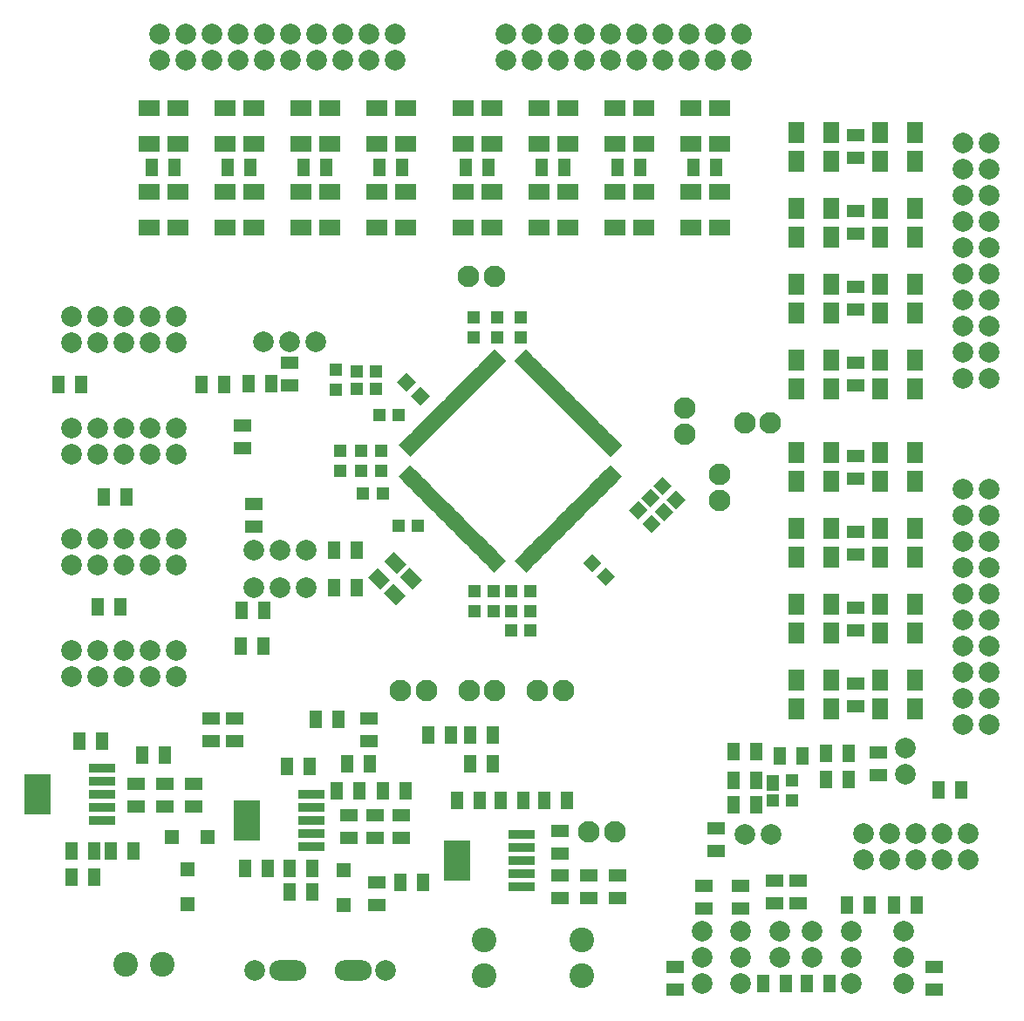
<source format=gts>
G04 #@! TF.FileFunction,Soldermask,Top*
%FSLAX46Y46*%
G04 Gerber Fmt 4.6, Leading zero omitted, Abs format (unit mm)*
G04 Created by KiCad (PCBNEW 4.0.1-stable) date 18/01/2016 14:29:12*
%MOMM*%
G01*
G04 APERTURE LIST*
%ADD10C,0.100000*%
%ADD11R,1.400000X1.400000*%
%ADD12R,1.300000X1.700000*%
%ADD13C,2.000000*%
%ADD14R,1.700000X1.300000*%
%ADD15R,2.100000X1.500000*%
%ADD16R,1.500000X2.100000*%
%ADD17R,1.300000X1.300000*%
%ADD18R,1.300000X1.600000*%
%ADD19R,1.300000X1.200000*%
%ADD20R,2.600000X4.000000*%
%ADD21R,2.550000X0.950000*%
%ADD22O,3.600000X2.000000*%
%ADD23C,2.400000*%
%ADD24C,2.100000*%
G04 APERTURE END LIST*
D10*
D11*
X17284500Y11571500D03*
X17284500Y14971500D03*
D12*
X27170000Y12700000D03*
X29370000Y12700000D03*
X15070000Y26035000D03*
X12870000Y26035000D03*
X26916000Y24892000D03*
X29116000Y24892000D03*
D13*
X16128800Y57785000D03*
X16128800Y55245000D03*
X13588800Y57785000D03*
X13588800Y55245000D03*
X11048800Y57785000D03*
X11048800Y55245000D03*
X8508800Y57785000D03*
X8508800Y55245000D03*
X5968800Y57785000D03*
X5968800Y55245000D03*
X86944000Y24130000D03*
X86944000Y26670000D03*
D12*
X13835000Y83058000D03*
X16035000Y83058000D03*
X21201000Y83058000D03*
X23401000Y83058000D03*
X28567000Y83058000D03*
X30767000Y83058000D03*
X35933000Y83058000D03*
X38133000Y83058000D03*
X44315000Y83058000D03*
X46515000Y83058000D03*
X51681000Y83058000D03*
X53881000Y83058000D03*
X59047000Y83058000D03*
X61247000Y83058000D03*
X66413000Y83058000D03*
X68613000Y83058000D03*
D14*
X82118000Y86190000D03*
X82118000Y83990000D03*
D15*
X20904000Y77294000D03*
X20904000Y80694000D03*
X23698000Y77294000D03*
X23698000Y80694000D03*
X28270000Y77294000D03*
X28270000Y80694000D03*
X31064000Y77294000D03*
X31064000Y80694000D03*
X35636000Y77294000D03*
X35636000Y80694000D03*
X38430000Y77294000D03*
X38430000Y80694000D03*
X44018000Y77294000D03*
X44018000Y80694000D03*
X46812000Y77294000D03*
X46812000Y80694000D03*
X51384000Y77294000D03*
X51384000Y80694000D03*
X54178000Y77294000D03*
X54178000Y80694000D03*
X58750000Y77294000D03*
X58750000Y80694000D03*
X61544000Y77294000D03*
X61544000Y80694000D03*
X66116000Y77294000D03*
X66116000Y80694000D03*
X68910000Y77294000D03*
X68910000Y80694000D03*
D16*
X84482000Y86487000D03*
X87882000Y86487000D03*
X84482000Y83693000D03*
X87882000Y83693000D03*
X84482000Y79121000D03*
X87882000Y79121000D03*
X84482000Y76327000D03*
X87882000Y76327000D03*
X84482000Y71755000D03*
X87882000Y71755000D03*
X84482000Y68961000D03*
X87882000Y68961000D03*
X84482000Y64389000D03*
X87882000Y64389000D03*
X84482000Y61595000D03*
X87882000Y61595000D03*
X84482000Y55372000D03*
X87882000Y55372000D03*
X84482000Y52578000D03*
X87882000Y52578000D03*
X84482000Y48006000D03*
X87882000Y48006000D03*
X84482000Y45212000D03*
X87882000Y45212000D03*
X84482000Y40640000D03*
X87882000Y40640000D03*
X84482000Y37846000D03*
X87882000Y37846000D03*
X76354000Y86487000D03*
X79754000Y86487000D03*
X76354000Y83693000D03*
X79754000Y83693000D03*
X76354000Y79121000D03*
X79754000Y79121000D03*
X76354000Y76327000D03*
X79754000Y76327000D03*
X76354000Y71755000D03*
X79754000Y71755000D03*
X76354000Y68961000D03*
X79754000Y68961000D03*
X76354000Y64389000D03*
X79754000Y64389000D03*
X76354000Y61595000D03*
X79754000Y61595000D03*
X76354000Y55372000D03*
X79754000Y55372000D03*
X76354000Y52578000D03*
X79754000Y52578000D03*
X76354000Y48006000D03*
X79754000Y48006000D03*
X76354000Y45212000D03*
X79754000Y45212000D03*
X76354000Y40640000D03*
X79754000Y40640000D03*
X76354000Y37846000D03*
X79754000Y37846000D03*
D14*
X82118000Y78824000D03*
X82118000Y76624000D03*
X82118000Y71458000D03*
X82118000Y69258000D03*
X82118000Y64092000D03*
X82118000Y61892000D03*
X82118000Y55075000D03*
X82118000Y52875000D03*
X82118000Y47709000D03*
X82118000Y45509000D03*
X82118000Y40343000D03*
X82118000Y38143000D03*
D17*
X31699000Y61534000D03*
X31699000Y63434000D03*
X45100000Y41910000D03*
X47000000Y41910000D03*
D10*
G36*
X60080010Y49846151D02*
X60999249Y50765390D01*
X61918488Y49846151D01*
X60999249Y48926912D01*
X60080010Y49846151D01*
X60080010Y49846151D01*
G37*
G36*
X61423512Y48502649D02*
X62342751Y49421888D01*
X63261990Y48502649D01*
X62342751Y47583410D01*
X61423512Y48502649D01*
X61423512Y48502649D01*
G37*
G36*
X55609610Y44689951D02*
X56528849Y45609190D01*
X57448088Y44689951D01*
X56528849Y43770712D01*
X55609610Y44689951D01*
X55609610Y44689951D01*
G37*
G36*
X56953112Y43346449D02*
X57872351Y44265688D01*
X58791590Y43346449D01*
X57872351Y42427210D01*
X56953112Y43346449D01*
X56953112Y43346449D01*
G37*
D17*
X45034000Y66614000D03*
X45034000Y68514000D03*
D10*
G36*
X40782990Y60923249D02*
X39863751Y60004010D01*
X38944512Y60923249D01*
X39863751Y61842488D01*
X40782990Y60923249D01*
X40782990Y60923249D01*
G37*
G36*
X39439488Y62266751D02*
X38520249Y61347512D01*
X37601010Y62266751D01*
X38520249Y63185990D01*
X39439488Y62266751D01*
X39439488Y62266751D01*
G37*
D17*
X49606000Y66614000D03*
X49606000Y68514000D03*
X47320000Y68514000D03*
X47320000Y66614000D03*
D10*
G36*
X62442210Y52157551D02*
X63361449Y53076790D01*
X64280688Y52157551D01*
X63361449Y51238312D01*
X62442210Y52157551D01*
X62442210Y52157551D01*
G37*
G36*
X63785712Y50814049D02*
X64704951Y51733288D01*
X65624190Y50814049D01*
X64704951Y49894810D01*
X63785712Y50814049D01*
X63785712Y50814049D01*
G37*
G36*
X64455790Y49671049D02*
X63536551Y48751810D01*
X62617312Y49671049D01*
X63536551Y50590288D01*
X64455790Y49671049D01*
X64455790Y49671049D01*
G37*
G36*
X63112288Y51014551D02*
X62193049Y50095312D01*
X61273810Y51014551D01*
X62193049Y51933790D01*
X63112288Y51014551D01*
X63112288Y51014551D01*
G37*
D17*
X36205000Y51435000D03*
X34305000Y51435000D03*
X45100000Y40005000D03*
X47000000Y40005000D03*
X37779800Y59029600D03*
X35879800Y59029600D03*
X50556000Y41910000D03*
X48656000Y41910000D03*
X50556000Y40005000D03*
X48656000Y40005000D03*
X35570000Y63246000D03*
X33670000Y63246000D03*
X50556000Y38100000D03*
X48656000Y38100000D03*
X35570000Y61595000D03*
X33670000Y61595000D03*
X39634000Y48260000D03*
X37734000Y48260000D03*
X36067800Y55560000D03*
X36067800Y53660000D03*
X34112000Y55560000D03*
X34112000Y53660000D03*
X32080000Y55560000D03*
X32080000Y53660000D03*
D10*
G36*
X46468679Y64863048D02*
X47069720Y65464089D01*
X48201091Y64332718D01*
X47600050Y63731677D01*
X46468679Y64863048D01*
X46468679Y64863048D01*
G37*
G36*
X46009060Y64403429D02*
X46610101Y65004470D01*
X47741472Y63873099D01*
X47140431Y63272058D01*
X46009060Y64403429D01*
X46009060Y64403429D01*
G37*
G36*
X45549441Y63943809D02*
X46150482Y64544850D01*
X47281853Y63413479D01*
X46680812Y62812438D01*
X45549441Y63943809D01*
X45549441Y63943809D01*
G37*
G36*
X45089821Y63484190D02*
X45690862Y64085231D01*
X46822233Y62953860D01*
X46221192Y62352819D01*
X45089821Y63484190D01*
X45089821Y63484190D01*
G37*
G36*
X44630202Y63024571D02*
X45231243Y63625612D01*
X46362614Y62494241D01*
X45761573Y61893200D01*
X44630202Y63024571D01*
X44630202Y63024571D01*
G37*
G36*
X44170582Y62564951D02*
X44771623Y63165992D01*
X45902994Y62034621D01*
X45301953Y61433580D01*
X44170582Y62564951D01*
X44170582Y62564951D01*
G37*
G36*
X43710963Y62105332D02*
X44312004Y62706373D01*
X45443375Y61575002D01*
X44842334Y60973961D01*
X43710963Y62105332D01*
X43710963Y62105332D01*
G37*
G36*
X43251344Y61645712D02*
X43852385Y62246753D01*
X44983756Y61115382D01*
X44382715Y60514341D01*
X43251344Y61645712D01*
X43251344Y61645712D01*
G37*
G36*
X42791724Y61186093D02*
X43392765Y61787134D01*
X44524136Y60655763D01*
X43923095Y60054722D01*
X42791724Y61186093D01*
X42791724Y61186093D01*
G37*
G36*
X42332105Y60726474D02*
X42933146Y61327515D01*
X44064517Y60196144D01*
X43463476Y59595103D01*
X42332105Y60726474D01*
X42332105Y60726474D01*
G37*
G36*
X41872485Y60266854D02*
X42473526Y60867895D01*
X43604897Y59736524D01*
X43003856Y59135483D01*
X41872485Y60266854D01*
X41872485Y60266854D01*
G37*
G36*
X41412866Y59807235D02*
X42013907Y60408276D01*
X43145278Y59276905D01*
X42544237Y58675864D01*
X41412866Y59807235D01*
X41412866Y59807235D01*
G37*
G36*
X40953247Y59347615D02*
X41554288Y59948656D01*
X42685659Y58817285D01*
X42084618Y58216244D01*
X40953247Y59347615D01*
X40953247Y59347615D01*
G37*
G36*
X40493627Y58887996D02*
X41094668Y59489037D01*
X42226039Y58357666D01*
X41624998Y57756625D01*
X40493627Y58887996D01*
X40493627Y58887996D01*
G37*
G36*
X40034008Y58428377D02*
X40635049Y59029418D01*
X41766420Y57898047D01*
X41165379Y57297006D01*
X40034008Y58428377D01*
X40034008Y58428377D01*
G37*
G36*
X39574388Y57968757D02*
X40175429Y58569798D01*
X41306800Y57438427D01*
X40705759Y56837386D01*
X39574388Y57968757D01*
X39574388Y57968757D01*
G37*
G36*
X39114769Y57509138D02*
X39715810Y58110179D01*
X40847181Y56978808D01*
X40246140Y56377767D01*
X39114769Y57509138D01*
X39114769Y57509138D01*
G37*
G36*
X38655150Y57049518D02*
X39256191Y57650559D01*
X40387562Y56519188D01*
X39786521Y55918147D01*
X38655150Y57049518D01*
X38655150Y57049518D01*
G37*
G36*
X38195530Y56589899D02*
X38796571Y57190940D01*
X39927942Y56059569D01*
X39326901Y55458528D01*
X38195530Y56589899D01*
X38195530Y56589899D01*
G37*
G36*
X37735911Y56130280D02*
X38336952Y56731321D01*
X39468323Y55599950D01*
X38867282Y54998909D01*
X37735911Y56130280D01*
X37735911Y56130280D01*
G37*
G36*
X38336952Y52488679D02*
X37735911Y53089720D01*
X38867282Y54221091D01*
X39468323Y53620050D01*
X38336952Y52488679D01*
X38336952Y52488679D01*
G37*
G36*
X38796571Y52029060D02*
X38195530Y52630101D01*
X39326901Y53761472D01*
X39927942Y53160431D01*
X38796571Y52029060D01*
X38796571Y52029060D01*
G37*
G36*
X39256191Y51569441D02*
X38655150Y52170482D01*
X39786521Y53301853D01*
X40387562Y52700812D01*
X39256191Y51569441D01*
X39256191Y51569441D01*
G37*
G36*
X39715810Y51109821D02*
X39114769Y51710862D01*
X40246140Y52842233D01*
X40847181Y52241192D01*
X39715810Y51109821D01*
X39715810Y51109821D01*
G37*
G36*
X40175429Y50650202D02*
X39574388Y51251243D01*
X40705759Y52382614D01*
X41306800Y51781573D01*
X40175429Y50650202D01*
X40175429Y50650202D01*
G37*
G36*
X40635049Y50190582D02*
X40034008Y50791623D01*
X41165379Y51922994D01*
X41766420Y51321953D01*
X40635049Y50190582D01*
X40635049Y50190582D01*
G37*
G36*
X41094668Y49730963D02*
X40493627Y50332004D01*
X41624998Y51463375D01*
X42226039Y50862334D01*
X41094668Y49730963D01*
X41094668Y49730963D01*
G37*
G36*
X41554288Y49271344D02*
X40953247Y49872385D01*
X42084618Y51003756D01*
X42685659Y50402715D01*
X41554288Y49271344D01*
X41554288Y49271344D01*
G37*
G36*
X42013907Y48811724D02*
X41412866Y49412765D01*
X42544237Y50544136D01*
X43145278Y49943095D01*
X42013907Y48811724D01*
X42013907Y48811724D01*
G37*
G36*
X42473526Y48352105D02*
X41872485Y48953146D01*
X43003856Y50084517D01*
X43604897Y49483476D01*
X42473526Y48352105D01*
X42473526Y48352105D01*
G37*
G36*
X42933146Y47892485D02*
X42332105Y48493526D01*
X43463476Y49624897D01*
X44064517Y49023856D01*
X42933146Y47892485D01*
X42933146Y47892485D01*
G37*
G36*
X43392765Y47432866D02*
X42791724Y48033907D01*
X43923095Y49165278D01*
X44524136Y48564237D01*
X43392765Y47432866D01*
X43392765Y47432866D01*
G37*
G36*
X43852385Y46973247D02*
X43251344Y47574288D01*
X44382715Y48705659D01*
X44983756Y48104618D01*
X43852385Y46973247D01*
X43852385Y46973247D01*
G37*
G36*
X44312004Y46513627D02*
X43710963Y47114668D01*
X44842334Y48246039D01*
X45443375Y47644998D01*
X44312004Y46513627D01*
X44312004Y46513627D01*
G37*
G36*
X44771623Y46054008D02*
X44170582Y46655049D01*
X45301953Y47786420D01*
X45902994Y47185379D01*
X44771623Y46054008D01*
X44771623Y46054008D01*
G37*
G36*
X45231243Y45594388D02*
X44630202Y46195429D01*
X45761573Y47326800D01*
X46362614Y46725759D01*
X45231243Y45594388D01*
X45231243Y45594388D01*
G37*
G36*
X45690862Y45134769D02*
X45089821Y45735810D01*
X46221192Y46867181D01*
X46822233Y46266140D01*
X45690862Y45134769D01*
X45690862Y45134769D01*
G37*
G36*
X46150482Y44675150D02*
X45549441Y45276191D01*
X46680812Y46407562D01*
X47281853Y45806521D01*
X46150482Y44675150D01*
X46150482Y44675150D01*
G37*
G36*
X46610101Y44215530D02*
X46009060Y44816571D01*
X47140431Y45947942D01*
X47741472Y45346901D01*
X46610101Y44215530D01*
X46610101Y44215530D01*
G37*
G36*
X47069720Y43755911D02*
X46468679Y44356952D01*
X47600050Y45488323D01*
X48201091Y44887282D01*
X47069720Y43755911D01*
X47069720Y43755911D01*
G37*
G36*
X48978909Y44887282D02*
X49579950Y45488323D01*
X50711321Y44356952D01*
X50110280Y43755911D01*
X48978909Y44887282D01*
X48978909Y44887282D01*
G37*
G36*
X49438528Y45346901D02*
X50039569Y45947942D01*
X51170940Y44816571D01*
X50569899Y44215530D01*
X49438528Y45346901D01*
X49438528Y45346901D01*
G37*
G36*
X49898147Y45806521D02*
X50499188Y46407562D01*
X51630559Y45276191D01*
X51029518Y44675150D01*
X49898147Y45806521D01*
X49898147Y45806521D01*
G37*
G36*
X50357767Y46266140D02*
X50958808Y46867181D01*
X52090179Y45735810D01*
X51489138Y45134769D01*
X50357767Y46266140D01*
X50357767Y46266140D01*
G37*
G36*
X50817386Y46725759D02*
X51418427Y47326800D01*
X52549798Y46195429D01*
X51948757Y45594388D01*
X50817386Y46725759D01*
X50817386Y46725759D01*
G37*
G36*
X51277006Y47185379D02*
X51878047Y47786420D01*
X53009418Y46655049D01*
X52408377Y46054008D01*
X51277006Y47185379D01*
X51277006Y47185379D01*
G37*
G36*
X51736625Y47644998D02*
X52337666Y48246039D01*
X53469037Y47114668D01*
X52867996Y46513627D01*
X51736625Y47644998D01*
X51736625Y47644998D01*
G37*
G36*
X52196244Y48104618D02*
X52797285Y48705659D01*
X53928656Y47574288D01*
X53327615Y46973247D01*
X52196244Y48104618D01*
X52196244Y48104618D01*
G37*
G36*
X52655864Y48564237D02*
X53256905Y49165278D01*
X54388276Y48033907D01*
X53787235Y47432866D01*
X52655864Y48564237D01*
X52655864Y48564237D01*
G37*
G36*
X53115483Y49023856D02*
X53716524Y49624897D01*
X54847895Y48493526D01*
X54246854Y47892485D01*
X53115483Y49023856D01*
X53115483Y49023856D01*
G37*
G36*
X53575103Y49483476D02*
X54176144Y50084517D01*
X55307515Y48953146D01*
X54706474Y48352105D01*
X53575103Y49483476D01*
X53575103Y49483476D01*
G37*
G36*
X54034722Y49943095D02*
X54635763Y50544136D01*
X55767134Y49412765D01*
X55166093Y48811724D01*
X54034722Y49943095D01*
X54034722Y49943095D01*
G37*
G36*
X54494341Y50402715D02*
X55095382Y51003756D01*
X56226753Y49872385D01*
X55625712Y49271344D01*
X54494341Y50402715D01*
X54494341Y50402715D01*
G37*
G36*
X54953961Y50862334D02*
X55555002Y51463375D01*
X56686373Y50332004D01*
X56085332Y49730963D01*
X54953961Y50862334D01*
X54953961Y50862334D01*
G37*
G36*
X55413580Y51321953D02*
X56014621Y51922994D01*
X57145992Y50791623D01*
X56544951Y50190582D01*
X55413580Y51321953D01*
X55413580Y51321953D01*
G37*
G36*
X55873200Y51781573D02*
X56474241Y52382614D01*
X57605612Y51251243D01*
X57004571Y50650202D01*
X55873200Y51781573D01*
X55873200Y51781573D01*
G37*
G36*
X56332819Y52241192D02*
X56933860Y52842233D01*
X58065231Y51710862D01*
X57464190Y51109821D01*
X56332819Y52241192D01*
X56332819Y52241192D01*
G37*
G36*
X56792438Y52700812D02*
X57393479Y53301853D01*
X58524850Y52170482D01*
X57923809Y51569441D01*
X56792438Y52700812D01*
X56792438Y52700812D01*
G37*
G36*
X57252058Y53160431D02*
X57853099Y53761472D01*
X58984470Y52630101D01*
X58383429Y52029060D01*
X57252058Y53160431D01*
X57252058Y53160431D01*
G37*
G36*
X57711677Y53620050D02*
X58312718Y54221091D01*
X59444089Y53089720D01*
X58843048Y52488679D01*
X57711677Y53620050D01*
X57711677Y53620050D01*
G37*
G36*
X58310597Y54996787D02*
X57709556Y55597828D01*
X58840927Y56729199D01*
X59441968Y56128158D01*
X58310597Y54996787D01*
X58310597Y54996787D01*
G37*
G36*
X57850978Y55456407D02*
X57249937Y56057448D01*
X58381308Y57188819D01*
X58982349Y56587778D01*
X57850978Y55456407D01*
X57850978Y55456407D01*
G37*
G36*
X57391358Y55916026D02*
X56790317Y56517067D01*
X57921688Y57648438D01*
X58522729Y57047397D01*
X57391358Y55916026D01*
X57391358Y55916026D01*
G37*
G36*
X56931739Y56375645D02*
X56330698Y56976686D01*
X57462069Y58108057D01*
X58063110Y57507016D01*
X56931739Y56375645D01*
X56931739Y56375645D01*
G37*
G36*
X56472119Y56835265D02*
X55871078Y57436306D01*
X57002449Y58567677D01*
X57603490Y57966636D01*
X56472119Y56835265D01*
X56472119Y56835265D01*
G37*
G36*
X56012500Y57294884D02*
X55411459Y57895925D01*
X56542830Y59027296D01*
X57143871Y58426255D01*
X56012500Y57294884D01*
X56012500Y57294884D01*
G37*
G36*
X55552881Y57754504D02*
X54951840Y58355545D01*
X56083211Y59486916D01*
X56684252Y58885875D01*
X55552881Y57754504D01*
X55552881Y57754504D01*
G37*
G36*
X55093261Y58214123D02*
X54492220Y58815164D01*
X55623591Y59946535D01*
X56224632Y59345494D01*
X55093261Y58214123D01*
X55093261Y58214123D01*
G37*
G36*
X54633642Y58673742D02*
X54032601Y59274783D01*
X55163972Y60406154D01*
X55765013Y59805113D01*
X54633642Y58673742D01*
X54633642Y58673742D01*
G37*
G36*
X54174022Y59133362D02*
X53572981Y59734403D01*
X54704352Y60865774D01*
X55305393Y60264733D01*
X54174022Y59133362D01*
X54174022Y59133362D01*
G37*
G36*
X53714403Y59592981D02*
X53113362Y60194022D01*
X54244733Y61325393D01*
X54845774Y60724352D01*
X53714403Y59592981D01*
X53714403Y59592981D01*
G37*
G36*
X53254783Y60052601D02*
X52653742Y60653642D01*
X53785113Y61785013D01*
X54386154Y61183972D01*
X53254783Y60052601D01*
X53254783Y60052601D01*
G37*
G36*
X52795164Y60512220D02*
X52194123Y61113261D01*
X53325494Y62244632D01*
X53926535Y61643591D01*
X52795164Y60512220D01*
X52795164Y60512220D01*
G37*
G36*
X52335545Y60971840D02*
X51734504Y61572881D01*
X52865875Y62704252D01*
X53466916Y62103211D01*
X52335545Y60971840D01*
X52335545Y60971840D01*
G37*
G36*
X51875925Y61431459D02*
X51274884Y62032500D01*
X52406255Y63163871D01*
X53007296Y62562830D01*
X51875925Y61431459D01*
X51875925Y61431459D01*
G37*
G36*
X51416306Y61891078D02*
X50815265Y62492119D01*
X51946636Y63623490D01*
X52547677Y63022449D01*
X51416306Y61891078D01*
X51416306Y61891078D01*
G37*
G36*
X50956686Y62350698D02*
X50355645Y62951739D01*
X51487016Y64083110D01*
X52088057Y63482069D01*
X50956686Y62350698D01*
X50956686Y62350698D01*
G37*
G36*
X50497067Y62810317D02*
X49896026Y63411358D01*
X51027397Y64542729D01*
X51628438Y63941688D01*
X50497067Y62810317D01*
X50497067Y62810317D01*
G37*
G36*
X50037448Y63269937D02*
X49436407Y63870978D01*
X50567778Y65002349D01*
X51168819Y64401308D01*
X50037448Y63269937D01*
X50037448Y63269937D01*
G37*
G36*
X49577828Y63729556D02*
X48976787Y64330597D01*
X50108158Y65461968D01*
X50709199Y64860927D01*
X49577828Y63729556D01*
X49577828Y63729556D01*
G37*
D18*
X74106000Y23356000D03*
D19*
X74106000Y21656000D03*
X75906000Y21656000D03*
X75906000Y23556000D03*
D20*
X43433800Y15748000D03*
D21*
X49694900Y15748000D03*
X49694900Y18288000D03*
X49694900Y13208000D03*
X49694900Y14478000D03*
X49694900Y17018000D03*
D20*
X22986800Y19659600D03*
D21*
X29247900Y19659600D03*
X29247900Y22199600D03*
X29247900Y17119600D03*
X29247900Y18389600D03*
X29247900Y20929600D03*
D20*
X2730300Y22237700D03*
D21*
X8991400Y22237700D03*
X8991400Y24777700D03*
X8991400Y19697700D03*
X8991400Y20967700D03*
X8991400Y23507700D03*
D15*
X13538000Y85422000D03*
X13538000Y88822000D03*
X16332000Y85422000D03*
X16332000Y88822000D03*
X20904000Y85422000D03*
X20904000Y88822000D03*
X23698000Y85422000D03*
X23698000Y88822000D03*
X28270000Y85422000D03*
X28270000Y88822000D03*
X31064000Y85422000D03*
X31064000Y88822000D03*
X35636000Y85422000D03*
X35636000Y88822000D03*
X38430000Y85422000D03*
X38430000Y88822000D03*
X44018000Y85422000D03*
X44018000Y88822000D03*
X46812000Y85422000D03*
X46812000Y88822000D03*
X51384000Y85422000D03*
X51384000Y88822000D03*
X54178000Y85422000D03*
X54178000Y88822000D03*
X58750000Y85422000D03*
X58750000Y88822000D03*
X61544000Y85422000D03*
X61544000Y88822000D03*
X66116000Y85422000D03*
X66116000Y88822000D03*
X68910000Y85422000D03*
X68910000Y88822000D03*
X13538000Y77294000D03*
X13538000Y80694000D03*
X16332000Y77294000D03*
X16332000Y80694000D03*
D12*
X70286500Y26352500D03*
X72486500Y26352500D03*
X70286500Y23558500D03*
X72486500Y23558500D03*
X79240000Y23622000D03*
X81440000Y23622000D03*
D14*
X34874000Y29548000D03*
X34874000Y27348000D03*
X23698000Y48239500D03*
X23698000Y50439500D03*
D12*
X33688000Y45923200D03*
X31488000Y45923200D03*
X22522000Y40106600D03*
X24722000Y40106600D03*
X33688000Y42316400D03*
X31488000Y42316400D03*
D14*
X89738000Y5418000D03*
X89738000Y3218000D03*
D12*
X85844000Y11430000D03*
X88044000Y11430000D03*
X79578000Y3810000D03*
X77378000Y3810000D03*
X83472000Y11430000D03*
X81272000Y11430000D03*
X73144000Y3810000D03*
X75344000Y3810000D03*
D14*
X70942000Y13292000D03*
X70942000Y11092000D03*
X64592000Y5418000D03*
X64592000Y3218000D03*
X67386000Y13292000D03*
X67386000Y11092000D03*
X76530000Y13800000D03*
X76530000Y11600000D03*
X74244000Y13800000D03*
X74244000Y11600000D03*
D12*
X46896000Y27940000D03*
X44696000Y27940000D03*
D14*
X68580000Y18880000D03*
X68580000Y16680000D03*
D16*
X84482000Y33274000D03*
X87882000Y33274000D03*
X84482000Y30480000D03*
X87882000Y30480000D03*
X76354000Y33274000D03*
X79754000Y33274000D03*
X76354000Y30480000D03*
X79754000Y30480000D03*
D12*
X45651400Y21666200D03*
X43451400Y21666200D03*
X49867800Y21666200D03*
X47667800Y21666200D03*
X51909600Y21666200D03*
X54109600Y21666200D03*
X33967400Y22580600D03*
X31767400Y22580600D03*
X36212400Y22580600D03*
X38412400Y22580600D03*
X6786500Y27368500D03*
X8986500Y27368500D03*
X92362000Y22606000D03*
X90162000Y22606000D03*
X8564500Y40386000D03*
X10764500Y40386000D03*
X9136000Y51054000D03*
X11336000Y51054000D03*
X6916400Y61976000D03*
X4716400Y61976000D03*
X18585000Y62001400D03*
X20785000Y62001400D03*
D14*
X22618500Y58059500D03*
X22618500Y55859500D03*
D12*
X23157000Y62103000D03*
X25357000Y62103000D03*
X22471000Y36576000D03*
X24671000Y36576000D03*
D10*
G36*
X37288396Y45780477D02*
X38490477Y44578396D01*
X37571238Y43659157D01*
X36369157Y44861238D01*
X37288396Y45780477D01*
X37288396Y45780477D01*
G37*
G36*
X35732762Y44224843D02*
X36934843Y43022762D01*
X36015604Y42103523D01*
X34813523Y43305604D01*
X35732762Y44224843D01*
X35732762Y44224843D01*
G37*
G36*
X38812396Y44256477D02*
X40014477Y43054396D01*
X39095238Y42135157D01*
X37893157Y43337238D01*
X38812396Y44256477D01*
X38812396Y44256477D01*
G37*
G36*
X37256762Y42700843D02*
X38458843Y41498762D01*
X37539604Y40579523D01*
X36337523Y41781604D01*
X37256762Y42700843D01*
X37256762Y42700843D01*
G37*
D13*
X23698000Y45923200D03*
X28778000Y45923200D03*
X26238000Y45923200D03*
X23698000Y42316400D03*
X28778000Y42316400D03*
X26238000Y42316400D03*
X86817000Y3873500D03*
X86817000Y8953500D03*
X86817000Y6413500D03*
X81737000Y3873500D03*
X81737000Y8953500D03*
X81737000Y6413500D03*
X70942000Y3873500D03*
X70942000Y8953500D03*
X70942000Y6413500D03*
X67259000Y3873500D03*
X67259000Y8953500D03*
X67259000Y6413500D03*
X77927000Y8953500D03*
X77927000Y6413500D03*
X74752000Y8953500D03*
X74752000Y6413500D03*
X73914000Y18288000D03*
X71374000Y18288000D03*
X23825000Y5080000D03*
D22*
X27000000Y5080000D03*
D13*
X36525000Y5080000D03*
D22*
X33350000Y5080000D03*
D12*
X29710000Y29464000D03*
X31910000Y29464000D03*
X44696000Y25146000D03*
X46896000Y25146000D03*
D14*
X84340500Y24046000D03*
X84340500Y26246000D03*
D12*
X72486500Y21209000D03*
X70286500Y21209000D03*
X79240000Y26162000D03*
X81440000Y26162000D03*
X34958000Y25146000D03*
X32758000Y25146000D03*
X76995000Y25908000D03*
X74795000Y25908000D03*
X42832000Y27940000D03*
X40632000Y27940000D03*
D14*
X82118000Y32977000D03*
X82118000Y30777000D03*
X53416000Y18626000D03*
X53416000Y16426000D03*
X32969000Y20150000D03*
X32969000Y17950000D03*
X12268000Y23198000D03*
X12268000Y20998000D03*
X35509000Y20150000D03*
X35509000Y17950000D03*
X15062000Y23198000D03*
X15062000Y20998000D03*
X38049000Y20150000D03*
X38049000Y17950000D03*
X17856000Y23198000D03*
X17856000Y20998000D03*
X53416000Y12108000D03*
X53416000Y14308000D03*
D12*
X27170000Y14986000D03*
X29370000Y14986000D03*
X8224500Y16700500D03*
X6024500Y16700500D03*
D14*
X59004000Y12108000D03*
X59004000Y14308000D03*
D12*
X25052000Y14986000D03*
X22852000Y14986000D03*
X8224500Y14160500D03*
X6024500Y14160500D03*
X9834500Y16700500D03*
X12034500Y16700500D03*
D23*
X11280000Y5715000D03*
X14780000Y5715000D03*
D14*
X56210000Y12108000D03*
X56210000Y14308000D03*
D13*
X16205000Y36195000D03*
X16205000Y33655000D03*
X13665000Y36195000D03*
X13665000Y33655000D03*
X11125000Y36195000D03*
X11125000Y33655000D03*
X8585000Y36195000D03*
X8585000Y33655000D03*
X6045000Y36195000D03*
X6045000Y33655000D03*
X16128800Y68656200D03*
X16128800Y66116200D03*
X13588800Y68656200D03*
X13588800Y66116200D03*
X11048800Y68656200D03*
X11048800Y66116200D03*
X8508800Y68656200D03*
X8508800Y66116200D03*
X5968800Y68656200D03*
X5968800Y66116200D03*
X16205000Y46990000D03*
X16205000Y44450000D03*
X13665000Y46990000D03*
X13665000Y44450000D03*
X11125000Y46990000D03*
X11125000Y44450000D03*
X8585000Y46990000D03*
X8585000Y44450000D03*
X6045000Y46990000D03*
X6045000Y44450000D03*
X82880000Y15875000D03*
X82880000Y18415000D03*
X85420000Y15875000D03*
X85420000Y18415000D03*
X87960000Y15875000D03*
X87960000Y18415000D03*
X90500000Y15875000D03*
X90500000Y18415000D03*
X93040000Y15875000D03*
X93040000Y18415000D03*
X95072000Y28956000D03*
X92532000Y28956000D03*
X95072000Y31496000D03*
X92532000Y31496000D03*
X95072000Y34036000D03*
X92532000Y34036000D03*
X95072000Y36576000D03*
X92532000Y36576000D03*
X95072000Y39116000D03*
X92532000Y39116000D03*
X95072000Y41656000D03*
X92532000Y41656000D03*
X95072000Y44196000D03*
X92532000Y44196000D03*
X95072000Y46736000D03*
X92532000Y46736000D03*
X95072000Y49276000D03*
X92532000Y49276000D03*
X95072000Y51816000D03*
X92532000Y51816000D03*
X95072000Y62611000D03*
X92532000Y62611000D03*
X95072000Y65151000D03*
X92532000Y65151000D03*
X95072000Y67691000D03*
X92532000Y67691000D03*
X95072000Y70231000D03*
X92532000Y70231000D03*
X95072000Y72771000D03*
X92532000Y72771000D03*
X95072000Y75311000D03*
X92532000Y75311000D03*
X95072000Y77851000D03*
X92532000Y77851000D03*
X95072000Y80391000D03*
X92532000Y80391000D03*
X95072000Y82931000D03*
X92532000Y82931000D03*
X95072000Y85471000D03*
X92532000Y85471000D03*
X71069000Y96012000D03*
X71069000Y93472000D03*
X68529000Y96012000D03*
X68529000Y93472000D03*
X65989000Y96012000D03*
X65989000Y93472000D03*
X63449000Y96012000D03*
X63449000Y93472000D03*
X60909000Y96012000D03*
X60909000Y93472000D03*
X58369000Y96012000D03*
X58369000Y93472000D03*
X55829000Y96012000D03*
X55829000Y93472000D03*
X53289000Y96012000D03*
X53289000Y93472000D03*
X50749000Y96012000D03*
X50749000Y93472000D03*
X48209000Y96012000D03*
X48209000Y93472000D03*
X37414000Y96012000D03*
X37414000Y93472000D03*
X34874000Y96012000D03*
X34874000Y93472000D03*
X32334000Y96012000D03*
X32334000Y93472000D03*
X29794000Y96012000D03*
X29794000Y93472000D03*
X27254000Y96012000D03*
X27254000Y93472000D03*
X24714000Y96012000D03*
X24714000Y93472000D03*
X22174000Y96012000D03*
X22174000Y93472000D03*
X19634000Y96012000D03*
X19634000Y93472000D03*
X17094000Y96012000D03*
X17094000Y93472000D03*
X14554000Y96012000D03*
X14554000Y93472000D03*
D23*
X46050000Y8100000D03*
X46050000Y4600000D03*
X55575000Y8100000D03*
X55575000Y4600000D03*
D24*
X37942000Y32258000D03*
X40442000Y32258000D03*
X47046000Y72542400D03*
X44546000Y72542400D03*
X56230000Y18542000D03*
X58730000Y18542000D03*
X47093286Y32258000D03*
X44593286Y32258000D03*
X71343000Y58293000D03*
X73843000Y58293000D03*
X65548978Y57209944D03*
X65548978Y59709944D03*
X68910000Y50769200D03*
X68910000Y53269200D03*
X51228002Y32258000D03*
X53728002Y32258000D03*
D12*
X37901500Y13652500D03*
X40101500Y13652500D03*
D14*
X35636000Y11473000D03*
X35636000Y13673000D03*
D11*
X32461000Y11444500D03*
X32461000Y14844500D03*
X19175000Y18097500D03*
X15775000Y18097500D03*
D13*
X29718000Y66167000D03*
X24638000Y66167000D03*
X27178000Y66167000D03*
D14*
X27178000Y64092000D03*
X27178000Y61892000D03*
X21844000Y29548000D03*
X21844000Y27348000D03*
X19558000Y29548000D03*
X19558000Y27348000D03*
M02*

</source>
